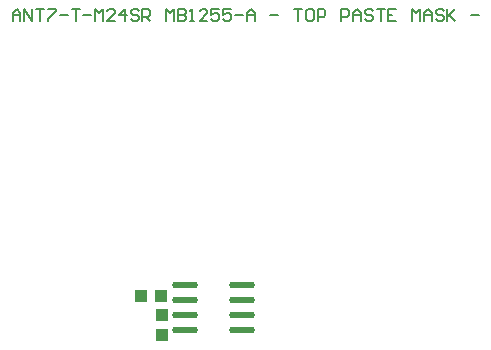
<source format=gtp>
G04 Layer_Color=16776960*
%FSLAX44Y44*%
%MOMM*%
G71*
G01*
G75*
%ADD10O,2.2000X0.5500*%
%ADD11R,1.1000X1.0000*%
%ADD12R,1.0000X1.1000*%
%ADD15C,0.1500*%
D10*
X51000Y96250D02*
D03*
Y83550D02*
D03*
Y70850D02*
D03*
Y58150D02*
D03*
X99000Y96250D02*
D03*
Y83550D02*
D03*
Y70850D02*
D03*
Y58150D02*
D03*
D11*
X13300Y87200D02*
D03*
X30300D02*
D03*
D12*
X31800Y70700D02*
D03*
Y53700D02*
D03*
D15*
X-95000Y320000D02*
Y326665D01*
X-91668Y329997D01*
X-88336Y326665D01*
Y320000D01*
Y324998D01*
X-95000D01*
X-85003Y320000D02*
Y329997D01*
X-78339Y320000D01*
Y329997D01*
X-75006D02*
X-68342D01*
X-71674D01*
Y320000D01*
X-65010Y329997D02*
X-58345D01*
Y328331D01*
X-65010Y321666D01*
Y320000D01*
X-55013Y324998D02*
X-48348D01*
X-45016Y329997D02*
X-38352D01*
X-41684D01*
Y320000D01*
X-35019Y324998D02*
X-28355D01*
X-25022Y320000D02*
Y329997D01*
X-21690Y326665D01*
X-18358Y329997D01*
Y320000D01*
X-8361D02*
X-15026D01*
X-8361Y326665D01*
Y328331D01*
X-10027Y329997D01*
X-13360D01*
X-15026Y328331D01*
X-31Y320000D02*
Y329997D01*
X-5029Y324998D01*
X1636D01*
X11632Y328331D02*
X9966Y329997D01*
X6634D01*
X4968Y328331D01*
Y326665D01*
X6634Y324998D01*
X9966D01*
X11632Y323332D01*
Y321666D01*
X9966Y320000D01*
X6634D01*
X4968Y321666D01*
X14965Y320000D02*
Y329997D01*
X19963D01*
X21629Y328331D01*
Y324998D01*
X19963Y323332D01*
X14965D01*
X18297D02*
X21629Y320000D01*
X34958D02*
Y329997D01*
X38290Y326665D01*
X41623Y329997D01*
Y320000D01*
X44955Y329997D02*
Y320000D01*
X49953D01*
X51619Y321666D01*
Y323332D01*
X49953Y324998D01*
X44955D01*
X49953D01*
X51619Y326665D01*
Y328331D01*
X49953Y329997D01*
X44955D01*
X54952Y320000D02*
X58284D01*
X56618D01*
Y329997D01*
X54952Y328331D01*
X69947Y320000D02*
X63282D01*
X69947Y326665D01*
Y328331D01*
X68281Y329997D01*
X64949D01*
X63282Y328331D01*
X79944Y329997D02*
X73279D01*
Y324998D01*
X76611Y326665D01*
X78278D01*
X79944Y324998D01*
Y321666D01*
X78278Y320000D01*
X74945D01*
X73279Y321666D01*
X89940Y329997D02*
X83276D01*
Y324998D01*
X86608Y326665D01*
X88274D01*
X89940Y324998D01*
Y321666D01*
X88274Y320000D01*
X84942D01*
X83276Y321666D01*
X93273Y324998D02*
X99937D01*
X103270Y320000D02*
Y326665D01*
X106602Y329997D01*
X109934Y326665D01*
Y320000D01*
Y324998D01*
X103270D01*
X123263D02*
X129928D01*
X143257Y329997D02*
X149921D01*
X146589D01*
Y320000D01*
X158252Y329997D02*
X154920D01*
X153253Y328331D01*
Y321666D01*
X154920Y320000D01*
X158252D01*
X159918Y321666D01*
Y328331D01*
X158252Y329997D01*
X163250Y320000D02*
Y329997D01*
X168249D01*
X169915Y328331D01*
Y324998D01*
X168249Y323332D01*
X163250D01*
X183244Y320000D02*
Y329997D01*
X188242D01*
X189908Y328331D01*
Y324998D01*
X188242Y323332D01*
X183244D01*
X193241Y320000D02*
Y326665D01*
X196573Y329997D01*
X199905Y326665D01*
Y320000D01*
Y324998D01*
X193241D01*
X209902Y328331D02*
X208236Y329997D01*
X204903D01*
X203237Y328331D01*
Y326665D01*
X204903Y324998D01*
X208236D01*
X209902Y323332D01*
Y321666D01*
X208236Y320000D01*
X204903D01*
X203237Y321666D01*
X213234Y329997D02*
X219898D01*
X216566D01*
Y320000D01*
X229895Y329997D02*
X223231D01*
Y320000D01*
X229895D01*
X223231Y324998D02*
X226563D01*
X243224Y320000D02*
Y329997D01*
X246557Y326665D01*
X249889Y329997D01*
Y320000D01*
X253221D02*
Y326665D01*
X256553Y329997D01*
X259886Y326665D01*
Y320000D01*
Y324998D01*
X253221D01*
X269882Y328331D02*
X268216Y329997D01*
X264884D01*
X263218Y328331D01*
Y326665D01*
X264884Y324998D01*
X268216D01*
X269882Y323332D01*
Y321666D01*
X268216Y320000D01*
X264884D01*
X263218Y321666D01*
X273215Y329997D02*
Y320000D01*
Y323332D01*
X279879Y329997D01*
X274881Y324998D01*
X279879Y320000D01*
X293208Y324998D02*
X299873D01*
M02*

</source>
